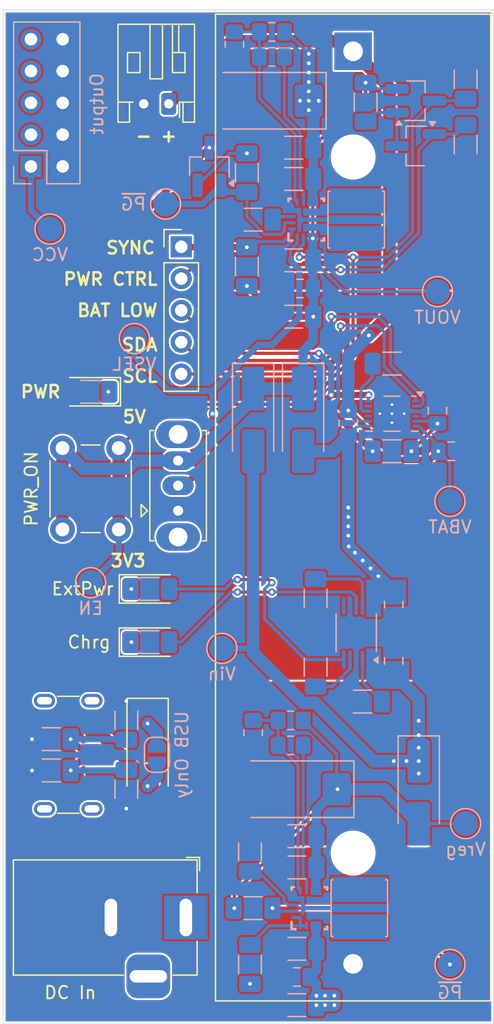
<source format=kicad_pcb>
(kicad_pcb (version 20241229) (generator "pcbnew") (generator_version "9.0")
  (layers (0 "F.Cu" signal) (2 "B.Cu" signal) (13 "F.Paste" user) (15 "B.Paste" user) (5 "F.SilkS" user "F.Silkscreen") (7 "B.SilkS" user "B.Silkscreen") (1 "F.Mask" user) (3 "B.Mask" user) (25 "Edge.Cuts" user))
  (net 0 "")
  (net 1 "GND")
  (net 2 "Net-(BT301-+)")
  (net 3 "Net-(C201-Pad1)")
  (net 4 "Net-(U201-VAUX)")
  (net 5 "Net-(D202-A)")
  (net 6 "/Charging/Vin")
  (net 7 "/Charging/VBAT")
  (net 8 "Net-(U302-V_{DD})")
  (net 9 "/Charging/Vout")
  (net 10 "Net-(U401-VAUX)")
  (net 11 "/Supply1/Vout")
  (net 12 "Net-(D201-A)")
  (net 13 "Net-(D301-K)")
  (net 14 "Net-(D302-K)")
  (net 15 "Net-(D401-A)")
  (net 16 "Net-(D401-K)")
  (net 17 "/PWR_CTRL")
  (net 18 "/SCL")
  (net 19 "/PFM")
  (net 20 "/SDA")
  (net 21 "/BAT_LOW")
  (net 23 "Net-(J202-CC2)")
  (net 24 "Net-(J202-CC1)")
  (net 29 "Net-(U201-L2)")
  (net 30 "Net-(U201-L1)")
  (net 31 "Net-(U401-L1)")
  (net 32 "Net-(U401-L2)")
  (net 33 "Net-(Q401-D)")
  (net 34 "/Supply1/EN")
  (net 35 "Net-(Q403-G)")
  (net 36 "Net-(U201-EN)")
  (net 37 "Net-(U201-FB2)")
  (net 38 "Net-(U201-FB)")
  (net 39 "Net-(U201-PG)")
  (net 40 "Net-(U301-ISET)")
  (net 41 "Net-(U301-PRETERM)")
  (net 42 "Net-(U302-BIN)")
  (net 43 "Net-(U301-TS)")
  (net 44 "Net-(U301-~{CHG})")
  (net 45 "Net-(U301-~{PG})")
  (net 46 "Net-(U401-FB)")
  (net 47 "Net-(U401-FB2)")
  (net 48 "/Supply1/VSEL")
  (footprint "Connector_BarrelJack:BarrelJack_Horizontal" (layer "F.Cu") (at 134.62 144.75)
    (property "Reference" "J203" (hide yes))
    (property "Value" "DC In")
  )
  (footprint "LED_SMD:LED_1206_3216Metric_Pad1.42x1.75mm_HandSolder" (layer "F.Cu") (at 126.9275 102.75 180)
    (property "Reference" "D401" (hide yes))
    (property "Value" "PWR")
  )
  (footprint "Button_Switch_THT:SW_PUSH_6mm" (layer "F.Cu") (at 124.75 113.75 90)
    (property "Reference" "SW402" (hide yes))
    (property "Value" "PWR_ON")
  )
  (footprint "Diode_SMD:D_SMA_Handsoldering" (layer "F.Cu") (at 131.558 131.75 -90)
    (property "Reference" "D201" (hide yes))
    (property "Value" "SS14" (hide yes))
  )
  (footprint "Connector_USB:USB_C_Receptacle_GCT_USB4125-xx-x_6P_TopMnt_Horizontal" (layer "F.Cu") (at 124.108 131.75 -90)
    (property "Reference" "J202" (hide yes))
    (property "Value" "USBC" (hide yes))
  )
  (footprint "Connector_PinHeader_2.54mm:PinHeader_1x05_P2.54mm_Vertical" (layer "F.Cu") (at 134.25 91.17)
    (property "Reference" "J104" (hide yes))
    (property "Value" "Ctrl" (hide yes))
  )
  (footprint "LED_SMD:LED_1206_3216Metric_Pad1.42x1.75mm_HandSolder" (layer "F.Cu") (at 131.75 122.75)
    (property "Reference" "D301" (hide yes))
    (property "Value" "Chrg")
  )
  (footprint "Button_Switch_THT:SW_Slide_SPDT_Straight_CK_OS102011MS2Q" (layer "F.Cu") (at 134 112.25 90)
    (property "Reference" "SW401" (hide yes))
    (property "Value" "Vsel" (hide yes))
  )
  (footprint "Battery:BatteryHolder_MPD_BH-18650-PC" (layer "F.Cu") (at 148 75.55 -90)
    (property "Reference" "BT301" (hide yes))
    (property "Value" "BatteryCell" (hide yes))
  )
  (footprint "Connector_JST:JST_PH_S2B-PH-K_1x02_P2.00mm_Horizontal" (layer "F.Cu") (at 133.25 79.75 180)
    (property "Reference" "J301" (hide yes))
    (property "Value" "BAT")
  )
  (footprint "LED_SMD:LED_1206_3216Metric_Pad1.42x1.75mm_HandSolder" (layer "F.Cu") (at 131.75 118.5)
    (property "Reference" "D302" (hide yes))
    (property "Value" "ExtPwr")
  )
  (footprint "Capacitor_Tantalum_SMD:CP_EIA-7343-31_Kemet-D_HandSolder" (layer "B.Cu") (at 141.25 79.5 180)
    (property "Reference" "C405" (hide yes))
    (property "Value" "10u" (hide yes))
  )
  (footprint "Capacitor_SMD:C_1206_3216Metric_Pad1.33x1.80mm_HandSolder" (layer "B.Cu") (at 140 89 180)
    (property "Reference" "C404" (hide yes))
    (property "Value" "100n" (hide yes))
  )
  (footprint "TestPoint:TestPoint_Pad_D2.0mm" (layer "B.Cu") (at 154.75 94.75 180)
    (property "Reference" "TP303" (hide yes))
    (property "Value" "VOUT")
  )
  (footprint "Resistor_SMD:R_0805_2012Metric_Pad1.20x1.40mm_HandSolder" (layer "B.Cu") (at 143 129 180)
    (property "Reference" "R205" (hide yes))
    (property "Value" "470k" (hide yes))
  )
  (footprint "Capacitor_SMD:C_0805_2012Metric_Pad1.18x1.45mm_HandSolder" (layer "B.Cu") (at 151.25 124.25 90)
    (property "Reference" "C302" (hide yes))
    (property "Value" "1u" (hide yes))
  )
  (footprint "lib:TPS63070" (layer "B.Cu") (at 144.25 89)
    (property "Reference" "U401" (hide yes))
    (property "Value" "TPS630701RNMR" (hide yes))
  )
  (footprint "Resistor_SMD:R_1206_3216Metric_Pad1.30x1.75mm_HandSolder" (layer "B.Cu") (at 151.11 107.5)
    (property "Reference" "R308" (hide yes))
    (property "Value" "10k" (hide yes))
  )
  (footprint "Resistor_SMD:R_1206_3216Metric_Pad1.30x1.75mm_HandSolder" (layer "B.Cu") (at 145 119.25 90)
    (property "Reference" "R305" (hide yes))
    (property "Value" "10k" (hide yes))
  )
  (footprint "Resistor_SMD:R_0805_2012Metric_Pad1.20x1.40mm_HandSolder" (layer "B.Cu") (at 147.61 105.25 90)
    (property "Reference" "R303" (hide yes))
    (property "Value" "10m" (hide yes))
  )
  (footprint "Resistor_SMD:R_1206_3216Metric_Pad1.30x1.75mm_HandSolder" (layer "B.Cu") (at 123.858 133)
    (property "Reference" "R202" (hide yes))
    (property "Value" "10k" (hide yes))
  )
  (footprint "Package_SON:Texas_S-PDSO-N12" (layer "B.Cu") (at 151.11 104.5 180)
    (property "Reference" "U302" (hide yes))
    (property "Value" "BQ27441-G1" (hide yes))
  )
  (footprint "Resistor_SMD:R_0805_2012Metric_Pad1.20x1.40mm_HandSolder" (layer "B.Cu") (at 140 130 -90)
    (property "Reference" "R206" (hide yes))
    (property "Value" "150k" (hide yes))
  )
  (footprint "lib:TPS63070" (layer "B.Cu") (at 144.5 144)
    (property "Reference" "U201" (hide yes))
    (property "Value" "TPS630701RNMR" (hide yes))
  )
  (footprint "Capacitor_SMD:C_1206_3216Metric_Pad1.33x1.80mm_HandSolder" (layer "B.Cu") (at 143.25 92.25 180)
    (property "Reference" "C402" (hide yes))
    (property "Value" "100n" (hide yes))
  )
  (footprint "Resistor_SMD:R_0805_2012Metric_Pad1.20x1.40mm_HandSolder" (layer "B.Cu") (at 141.5 76)
    (property "Reference" "R405" (hide yes))
    (property "Value" "220k" (hide yes))
  )
  (footprint "Resistor_SMD:R_1206_3216Metric_Pad1.30x1.75mm_HandSolder" (layer "B.Cu") (at 123.858 130.5 180)
    (property "Reference" "R208" (hide yes))
    (property "Value" "10k" (hide yes))
  )
  (footprint "Inductor_SMD:L_Cenker_CKCS4020" (layer "B.Cu") (at 148.5 144 90)
    (property "Reference" "L201" (hide yes))
    (property "Value" "1.5u" (hide yes))
  )
  (footprint "Capacitor_SMD:C_1206_3216Metric_Pad1.33x1.80mm_HandSolder" (layer "B.Cu") (at 143.5 140.75 180)
    (property "Reference" "C207" (hide yes))
    (property "Value" "10u" (hide yes))
  )
  (footprint "Resistor_SMD:R_0805_2012Metric_Pad1.20x1.40mm_HandSolder" (layer "B.Cu") (at 143 131)
    (property "Reference" "R204" (hide yes))
    (property "Value" "220k" (hide yes))
  )
  (footprint "Capacitor_Tantalum_SMD:CP_EIA-7343-31_Kemet-D_HandSolder" (layer "B.Cu") (at 143.4775 134.5 180)
    (property "Reference" "C205" (hide yes))
    (property "Value" "10u" (hide yes))
  )
  (footprint "Capacitor_SMD:C_1206_3216Metric_Pad1.33x1.80mm_HandSolder" (layer "B.Cu") (at 143.5 138.25 180)
    (property "Reference" "C206" (hide yes))
    (property "Value" "10u" (hide yes))
  )
  (footprint "Capacitor_SMD:C_1206_3216Metric_Pad1.33x1.80mm_HandSolder" (layer "B.Cu") (at 143.5 151.75 180)
    (property "Reference" "C201" (hide yes))
    (property "Value" "10u" (hide yes))
  )
  (footprint "Resistor_SMD:R_0805_2012Metric_Pad1.20x1.40mm_HandSolder" (layer "B.Cu") (at 138.5 75 -90)
    (property "Reference" "R407" (hide yes))
    (property "Value" "150k" (hide yes))
  )
  (footprint "Resistor_SMD:R_0805_2012Metric_Pad1.20x1.40mm_HandSolder" (layer "B.Cu") (at 141.5 74 180)
    (property "Reference" "R406" (hide yes))
    (property "Value" "470k" (hide yes))
  )
  (footprint "Jumper:SolderJumper-2_P1.3mm_Open_RoundedPad1.0x1.5mm" (layer "B.Cu") (at 132.308 131.75 90)
    (property "Reference" "JP201" (hide yes))
    (property "Value" "USB Only")
  )
  (footprint "Capacitor_SMD:C_0805_2012Metric_Pad1.18x1.45mm_HandSolder" (layer "B.Cu") (at 143.5 149.5 180)
    (property "Reference" "C203" (hide yes))
    (property "Value" "1u" (hide yes))
  )
  (footprint "Package_TO_SOT_SMD:SOT-23_Handsoldering" (layer "B.Cu") (at 136.5 84.75 90)
    (property "Reference" "Q403" (hide yes))
    (property "Value" "DO2309A" (hide yes))
  )
  (footprint "Resistor_SMD:R_1206_3216Metric_Pad1.30x1.75mm_HandSolder" (layer "B.Cu") (at 131.7275 118.5 180)
    (property "Reference" "R307" (hide yes))
    (property "Value" "1k" (hide yes))
  )
  (footprint "Package_TO_SOT_SMD:SOT-23_Handsoldering" (layer "B.Cu") (at 153 79.5)
    (property "Reference" "Q402" (hide yes))
    (property "Value" "DO2309A" (hide yes))
  )
  (footprint "Inductor_SMD:L_Cenker_CKCS4020" (layer "B.Cu") (at 148.25 89 90)
    (property "Reference" "L401" (hide yes))
    (property "Value" "1.5u" (hide yes))
  )
  (footprint "TestPoint:TestPoint_Pad_D2.0mm" (layer "B.Cu") (at 130.5 98.5 180)
    (property "Reference" "TP401" (hide yes))
    (property "Value" "VSEL")
  )
  (footprint "Capacitor_SMD:C_1206_3216Metric_Pad1.33x1.80mm_HandSolder" (layer "B.Cu") (at 143.25 96.75 180)
    (property "Reference" "C401" (hide yes))
    (property "Value" "10u" (hide yes))
  )
  (footprint "TestPoint:TestPoint_Pad_D2.0mm" (layer "B.Cu") (at 155.75 111.5 180)
    (property "Reference" "TP302" (hide yes))
    (property "Value" "VBAT")
  )
  (footprint "TestPoint:TestPoint_Pad_D2.0mm" (layer "B.Cu") (at 127 118 180)
    (property "Reference" "TP402" (hide yes))
    (property "Value" "EN")
  )
  (footprint "Capacitor_SMD:C_1206_3216Metric_Pad1.33x1.80mm_HandSolder" (layer "B.Cu") (at 143.5 147.25 180)
    (property "Reference" "C202" (hide yes))
    (property "Value" "100n" (hide yes))
  )
  (footprint "TestPoint:TestPoint_Pad_D2.0mm" (layer "B.Cu") (at 157 137.25 180)
    (property "Reference" "TP202" (hide yes))
    (property "Value" "Vreg")
  )
  (footprint "Resistor_SMD:R_1206_3216Metric_Pad1.30x1.75mm_HandSolder" (layer "B.Cu") (at 139.5 85.25 -90)
    (property "Reference" "R408" (hide yes))
    (property "Value" "10k" (hide yes))
  )
  (footprint "Resistor_SMD:R_1206_3216Metric_Pad1.30x1.75mm_HandSolder" (layer "B.Cu") (at 139.75 148.5 90)
    (property "Reference" "R201" (hide yes))
    (property "Value" "10k" (hide yes))
  )
  (footprint "Capacitor_SMD:C_0805_2012Metric_Pad1.18x1.45mm_HandSolder" (layer "B.Cu") (at 154.75 104.25 90)
    (property "Reference" "C304" (hide yes))
    (property "Value" "1u" (hide yes))
  )
  (footprint "Capacitor_SMD:C_1206_3216Metric_Pad1.33x1.80mm_HandSolder" (layer "B.Cu") (at 143.25 85.75 180)
    (property "Reference" "C407" (hide yes))
    (property "Value" "10u" (hide yes))
  )
  (footprint "TestPoint:TestPoint_Pad_D2.0mm" (layer "B.Cu") (at 133 87.75 180)
    (property "Reference" "TP403" (hide yes))
    (property "Value" "~{PG}")
  )
  (footprint "Capacitor_SMD:C_1206_3216Metric_Pad1.33x1.80mm_HandSolder" (layer "B.Cu") (at 143.25 83.25 180)
    (property "Reference" "C406" (hide yes))
    (property "Value" "10u" (hide yes))
  )
  (footprint "Resistor_SMD:R_1206_3216Metric_Pad1.30x1.75mm_HandSolder" (layer "B.Cu") (at 157 83 -90)
    (property "Reference" "R401" (hide yes))
    (property "Value" "10k" (hide yes))
  )
  (footprint "Resistor_SMD:R_1206_3216Metric_Pad1.30x1.75mm_HandSolder" (layer "B.Cu") (at 126.95 102.75 180)
    (property "Reference" "R409" (hide yes))
    (property "Value" "220" (hide yes))
  )
  (footprint "Capacitor_SMD:C_0805_2012Metric_Pad1.18x1.45mm_HandSolder" (layer "B.Cu") (at 155.86 107.5)
    (property "Reference" "C301" (hide yes))
    (property "Value" "1u" (hide yes))
  )
  (footprint "Package_SO:HVSSOP-10-1EP_3x3mm_P0.5mm_EP1.57x1.88mm" (layer "B.Cu") (at 148.25 122 90)
    (property "Reference" "U301" (hide yes))
    (property "Value" "BQ24090DGQ" (hide yes))
  )
  (footprint "Resistor_SMD:R_1206_3216Metric_Pad1.30x1.75mm_HandSolder" (layer "B.Cu") (at 140 144)
    (property "Reference" "R209" (hide yes))
    (property "Value" "10k" (hide yes))
  )
  (footprint "Package_TO_SOT_SMD:SOT-23_Handsoldering" (layer "B.Cu") (at 153 83.1125 180)
    (property "Reference" "Q401" (hide yes))
    (property "Value" "DO2308S" (hide yes))
  )
  (footprint "TestPoint:TestPoint_Pad_D2.0mm" (layer "B.Cu") (at 137.5 123.25 180)
    (property "Reference" "TP301" (hide yes))
    (property "Value" "Vin")
  )
  (footprint "Resistor_SMD:R_1206_3216Metric_Pad1.30x1.75mm_HandSolder" (layer "B.Cu") (at 131.7275 122.75 180)
    (property "Reference" "R306" (hide yes))
    (property "Value" "1k" (hide yes))
  )
  (footprint "Diode_SMD:D_SMA_Handsoldering" (layer "B.Cu") (at 140 105 -90)
    (property "Reference" "D303" (hide yes))
    (property "Value" "SS14" (hide yes))
  )
  (footprint "Capacitor_SMD:C_1206_3216Metric_Pad1.33x1.80mm_HandSolder" (layer "B.Cu") (at 139.75 139.5 90)
    (property "Reference" "C204" (hide yes))
    (property "Value" "100n" (hide yes))
  )
  (footprint "Resistor_SMD:R_1206_3216Metric_Pad1.30x1.75mm_HandSolder" (layer "B.Cu") (at 148.75 127.5)
    (property "Reference" "R301" (hide yes))
    (property "Value" "1k" (hide yes))
  )
  (footprint "Diode_SMD:D_SMA_Handsoldering" (layer "B.Cu") (at 153.25 134.75 -90)
    (property "Reference" "D202" (hide yes))
    (property "Value" "SS14" (hide yes))
  )
  (footprint "Resistor_SMD:R_1206_3216Metric_Pad1.30x1.75mm_HandSolder" (layer "B.Cu") (at 149 79.6125 -90)
    (property "Reference" "R402" (hide yes))
    (property "Value" "10k" (hide yes))
  )
  (footprint "Resistor_SMD:R_1206_3216Metric_Pad1.30x1.75mm_HandSolder" (layer "B.Cu") (at 129.858 129 -90)
    (property "Reference" "R207" (hide yes))
    (property "Value" "10k" (hide yes))
  )
  (footprint "Resistor_SMD:R_1206_3216Metric_Pad1.30x1.75mm_HandSolder" (layer "B.Cu") (at 151.11 100.5 180)
    (property "Reference" "R304" (hide yes))
    (property "Value" "10k" (hide yes))
  )
  (footprint "Resistor_SMD:R_1206_3216Metric_Pad1.30x1.75mm_HandSolder" (layer "B.Cu") (at 157 77.79 90)
    (property "Reference" "R404" (hide yes))
    (property "Value" "10k" (hide yes))
  )
  (footprint "Resistor_SMD:R_1206_3216Metric_Pad1.30x1.75mm_HandSolder" (layer "B.Cu") (at 145 124.75 -90)
    (property "Reference" "R302" (hide yes))
    (property "Value" "1k" (hide yes))
  )
  (footprint "Resistor_SMD:R_1206_3216Metric_Pad1.30x1.75mm_HandSolder" (layer "B.Cu") (at 129.858 134.5 -90)
    (property "Reference" "R203" (hide yes))
    (property "Value" "10k" (hide yes))
  )
  (footprint "Diode_SMD:D_SMA_Handsoldering" (layer "B.Cu") (at 144 105 -90)
    (property "Reference" "D304" (hide yes))
    (property "Value" "SS14" (hide yes))
  )
  (footprint "Capacitor_SMD:C_0805_2012Metric_Pad1.18x1.45mm_HandSolder" (layer "B.Cu") (at 143.75 94.5 180)
    (property "Reference" "C403" (hide yes))
    (property "Value" "1u" (hide yes))
  )
  (footprint "Capacitor_SMD:C_0805_2012Metric_Pad1.18x1.45mm_HandSolder" (layer "B.Cu") (at 151.25 119.75 -90)
    (property "Reference" "C303" (hide yes))
    (property "Value" "1u" (hide yes))
  )
  (footprint "TestPoint:TestPoint_Pad_D2.0mm" (layer "B.Cu") (at 123.75 89.75 180)
    (property "Reference" "TP404" (hide yes))
    (property "Value" "VCC")
  )
  (footprint "Connector_PinHeader_2.54mm:PinHeader_2x05_P2.54mm_Vertical" (layer "B.Cu") (at 122.225 84.75)
    (property "Reference" "J101" (hide yes))
    (property "Value" "Output")
  )
  (footprint "Resistor_SMD:R_1206_3216Metric_Pad1.30x1.75mm_HandSolder" (layer "B.Cu") (at 139.5 92.75 90)
    (property "Reference" "R403" (hide yes))
    (property "Value" "10k" (hide yes))
  )
  (footprint "TestPoint:TestPoint_Pad_D2.0mm" (layer "B.Cu") (at 155.75 148.5 180)
    (property "Reference" "TP201" (hide yes))
    (property "Value" "~{PG}")
  )
  (gr_rect (start 120 72.25) (end 159.25 153.25) (stroke (width 0.05)) (fill no) (layer "Edge.Cuts"))
  (gr_text "+" (at 133.25 82.3 0) (layer "F.SilkS") (effects (font (size 1 1) (thickness 0.2) (bold yes))))
  (gr_text "SYNC" (at 132.25 91.25 0) (layer "F.SilkS") (effects (font (size 1 1) (thickness 0.2) (bold yes)) (justify right)))
  (gr_text "3V3" (at 130 116.25 0) (layer "F.SilkS") (effects (font (size 1 1) (thickness 0.2) (bold yes))))
  (gr_text "SCL" (at 132.461 101.5 0) (layer "F.SilkS") (effects (font (size 1 1) (thickness 0.2) (bold yes)) (justify right)))
  (gr_text "SDA" (at 132.461 99 0) (layer "F.SilkS") (effects (font (size 1 1) (thickness 0.2) (bold yes)) (justify right)))
  (gr_text "5V" (at 130.5 104.75 0) (layer "F.SilkS") (effects (font (size 1 1) (thickness 0.2) (bold yes))))
  (gr_text "-" (at 131.25 82.3 0) (layer "F.SilkS") (effects (font (size 1 1) (thickness 0.2) (bold yes))))
  (gr_text "PWR CTRL" (at 132.461 93.75 0) (layer "F.SilkS") (effects (font (size 1 1) (thickness 0.2) (bold yes)) (justify right)))
  (gr_text "BAT LOW" (at 132.461 96.25 0) (layer "F.SilkS") (effects (font (size 1 1) (thickness 0.2) (bold yes)) (justify right)))
  (segment (start 127.188 129) (end 123.808 129) (width 0.5) (layer "F.Cu") (net 1))
  (segment (start 127.188 134.5) (end 123.808 134.5) (width 0.5) (layer "F.Cu") (net 1))
  (segment (start 123.808 134.5) (end 122.308 133) (width 0.5) (layer "F.Cu") (net 1))
  (segment (start 128.308 129) (end 129.858 127.45) (width 0.5) (layer "F.Cu") (net 1))
  (segment (start 123.808 129) (end 122.308 130.5) (width 0.5) (layer "F.Cu") (net 1))
  (segment (start 128.308 134.5) (end 129.858 136.05) (width 0.5) (layer "F.Cu") (net 1))
  (segment (start 127.188 134.5) (end 128.308 134.5) (width 0.5) (layer "F.Cu") (net 1))
  (segment (start 127.188 129) (end 128.308 129) (width 0.5) (layer "F.Cu") (net 1))
  (via (at 122.308 130.5) (size 0.6) (drill 0.3) (layers "F.Cu" "B.Cu") (net 1))
  (via (at 129.858 127.45) (size 0.6) (drill 0.3) (layers "F.Cu" "B.Cu") (net 1))
  (via (at 122.308 133) (size 0.6) (drill 0.3) (layers "F.Cu" "B.Cu") (net 1))
  (via (at 129.858 136.05) (size 0.6) (drill 0.3) (layers "F.Cu" "B.Cu") (net 1))
  (segment (start 150.908207 78.458207) (end 150.908207 96.591793) (width 1) (layer "F.Cu") (net 2))
  (segment (start 133.25 79.75) (end 138.25 74.75) (width 1) (layer "F.Cu") (net 2))
  (segment (start 151.561 108.201) (end 154.1215 108.201) (width 0.5) (layer "F.Cu") (net 2))
  (segment (start 147.61 104.25) (end 151.561 108.201) (width 0.5) (layer "F.Cu") (net 2))
  (segment (start 150.908207 96.591793) (end 149.25 98.25) (width 1) (layer "F.Cu") (net 2))
  (segment (start 147.2 74.75) (end 148 75.55) (width 1) (layer "F.Cu") (net 2))
  (segment (start 138.25 74.75) (end 147.2 74.75) (width 1) (layer "F.Cu") (net 2))
  (segment (start 148 75.55) (end 150.908207 78.458207) (width 1) (layer "F.Cu") (net 2))
  (segment (start 154.1215 108.201) (end 154.8225 107.5) (width 0.5) (layer "F.Cu") (net 2))
  (via (at 154.8225 107.5) (size 0.6) (drill 0.3) (layers "F.Cu" "B.Cu") (net 2))
  (via (at 147.61 104.25) (size 0.6) (drill 0.3) (layers "F.Cu" "B.Cu") (net 2))
  (via (at 149.25 98.25) (size 0.6) (drill 0.3) (layers "F.Cu" "B.Cu") (net 2))
  (segment (start 147.61 104.25) (end 147.61 99.89) (width 1) (layer "B.Cu") (net 2))
  (segment (start 147.61 99.89) (end 149.25 98.25) (width 1) (layer "B.Cu") (net 2))
  (segment (start 155.75 108.4275) (end 154.8225 107.5) (width 0.25) (layer "B.Cu") (net 2))
  (segment (start 153.01 105.5) (end 153.252 105.5) (width 0.25) (layer "B.Cu") (net 2))
  (segment (start 149.21 105.1) (end 148.46 105.1) (width 0.25) (layer "B.Cu") (net 2))
  (segment (start 155.75 111.5) (end 155.75 108.4275) (width 0.25) (layer "B.Cu") (net 2))
  (segment (start 148.46 105.1) (end 147.61 104.25) (width 0.25) (layer "B.Cu") (net 2))
  (segment (start 154.8225 107.0705) (end 154.8225 107.5) (width 0.25) (layer "B.Cu") (net 2))
  (segment (start 153.252 105.5) (end 154.8225 107.0705) (width 0.25) (layer "B.Cu") (net 2))
  (via (at 145.75 151.75) (size 0.6) (drill 0.3) (layers "F.Cu" "B.Cu") (net 3))
  (via (at 146.5 151.75) (size 0.6) (drill 0.3) (layers "F.Cu" "B.Cu") (net 3))
  (via (at 139.75 150.05) (size 0.6) (drill 0.3) (layers "F.Cu" "B.Cu") (net 3))
  (via (at 145.0625 151) (size 0.6) (drill 0.3) (layers "F.Cu" "B.Cu") (net 3))
  (via (at 146.5 151) (size 0.6) (drill 0.3) (layers "F.Cu" "B.Cu") (net 3))
  (via (at 145.0625 151.75) (size 0.6) (drill 0.3) (layers "F.Cu" "B.Cu") (net 3))
  (via (at 145.75 151) (size 0.6) (drill 0.3) (layers "F.Cu" "B.Cu") (net 3))
  (segment (start 145.0625 147.25) (end 145.0625 148.975) (width 0.75) (layer "B.Cu") (net 3))
  (segment (start 145.025 147.2125) (end 145.0625 147.25) (width 0.75) (layer "B.Cu") (net 3))
  (segment (start 145.0625 148.975) (end 144.5375 149.5) (width 0.75) (layer "B.Cu") (net 3))
  (segment (start 146.5 151) (end 145.0625 151) (width 1) (layer "B.Cu") (net 3))
  (segment (start 146.5 151.75) (end 146.5 151) (width 1) (layer "B.Cu") (net 3))
  (segment (start 145.025 145.4) (end 145.025 147.2125) (width 0.75) (layer "B.Cu") (net 3))
  (segment (start 145.0625 150.025) (end 144.5375 149.5) (width 0.75) (layer "B.Cu") (net 3))
  (segment (start 145.0625 151) (end 145.0625 150.025) (width 0.75) (layer "B.Cu") (net 3))
  (segment (start 145.0625 151.75) (end 145.0625 151) (width 0.75) (layer "B.Cu") (net 3))
  (segment (start 146.5 151.75) (end 145.0625 151.75) (width 1) (layer "B.Cu") (net 3))
  (segment (start 142.476 143.150196) (end 140.388304 141.0625) (width 0.25) (layer "B.Cu") (net 4))
  (segment (start 142.800001 143.75) (end 142.476 143.425999) (width 0.25) (layer "B.Cu") (net 4))
  (segment (start 140.388304 141.0625) (end 139.75 141.0625) (width 0.25) (layer "B.Cu") (net 4))
  (segment (start 142.476 143.425999) (end 142.476 143.150196) (width 0.25) (layer "B.Cu") (net 4))
  (segment (start 143.35 143.75) (end 142.800001 143.75) (width 0.25) (layer "B.Cu") (net 4))
  (segment (start 138.5 142.75) (end 146.75 134.5) (width 0.25) (layer "F.Cu") (net 5))
  (segment (start 138.5 144) (end 138.5 142.75) (width 0.25) (layer "F.Cu") (net 5))
  (via (at 138.5 144) (size 0.6) (drill 0.3) (layers "F.Cu" "B.Cu") (net 5))
  (via (at 146.75 134.5) (size 0.6) (drill 0.3) (layers "F.Cu" "B.Cu") (net 5))
  (segment (start 145.0625 138.25) (end 145.0625 136.1225) (width 0.75) (layer "B.Cu") (net 5))
  (segment (start 145.025 140.7875) (end 145.0625 140.75) (width 0.75) (layer "B.Cu") (net 5))
  (segment (start 146.75 134.5) (end 146.685 134.5) (width 1) (layer "B.Cu") (net 5))
  (segment (start 153.25 137.25) (end 150.5 134.5) (width 1) (layer "B.Cu") (net 5))
  (segment (start 150.5 134.5) (end 146.75 134.5) (width 1) (layer "B.Cu") (net 5))
  (segment (start 146.685 131.685) (end 146.685 134.5) (width 0.25) (layer "B.Cu") (net 5))
  (segment (start 157 137.25) (end 153.25 137.25) (width 0.25) (layer "B.Cu") (net 5))
  (segment (start 145.025 142.6) (end 145.025 140.7875) (width 0.75) (layer "B.Cu") (net 5))
  (segment (start 145.0625 140.75) (end 145.0625 138.25) (width 0.75) (layer "B.Cu") (net 5))
  (segment (start 138.45 144) (end 138.5 144) (width 0.25) (layer "B.Cu") (net 5))
  (segment (start 145.0625 136.1225) (end 146.685 134.5) (width 0.75) (layer "B.Cu") (net 5))
  (segment (start 144 129) (end 146.685 131.685) (width 0.25) (layer "B.Cu") (net 5))
  (via (at 151.257 132.25) (size 0.6) (drill 0.3) (layers "F.Cu" "B.Cu") (net 6))
  (via (at 153.25 129.032) (size 0.6) (drill 0.3) (layers "F.Cu" "B.Cu") (net 6))
  (via (at 153.25 133.25) (size 0.6) (drill 0.3) (layers "F.Cu" "B.Cu") (net 6))
  (via (at 131.558 129.25) (size 0.6) (drill 0.3) (layers "F.Cu" "B.Cu") (net 6))
  (via (at 153.25 132.25) (size 0.6) (drill 0.3) (layers "F.Cu" "B.Cu") (net 6))
  (via (at 152.273 132.25) (size 0.6) (drill 0.3) (layers "F.Cu" "B.Cu") (net 6))
  (via (at 153.25 131.191) (size 0.6) (drill 0.3) (layers "F.Cu" "B.Cu") (net 6))
  (via (at 153.25 130.175) (size 0.6) (drill 0.3) (layers "F.Cu" "B.Cu") (net 6))
  (segment (start 153.25 127.2875) (end 151.25 125.2875) (width 1) (layer "B.Cu") (net 6))
  (segment (start 153.25 132.25) (end 152.273 132.25) (width 1) (layer "B.Cu") (net 6))
  (segment (start 140 123.606134) (end 140 107.5) (width 1) (layer "B.Cu") (net 6))
  (segment (start 137.5 123.25) (end 139.643866 123.25) (width 0.5) (layer "B.Cu") (net 6))
  (segment (start 132.308 131.1) (end 132.308 130) (width 1) (layer "B.Cu") (net 6))
  (segment (start 153.25 131.191) (end 153.25 130.175) (width 1) (layer "B.Cu") (net 6))
  (segment (start 132.308 130) (end 131.558 129.25) (width 1) (layer "B.Cu") (net 6))
  (segment (start 149.643866 132.25) (end 144.994866 127.601) (width 1) (layer "B.Cu") (net 6))
  (segment (start 151.257 132.25) (end 149.643866 132.25) (width 1) (layer "B.Cu") (net 6))
  (segment (start 143.994866 127.601) (end 140 123.606134) (width 1) (layer "B.Cu") (net 6))
  (segment (start 139.643866 123.25) (end 140 123.606134) (width 0.5) (layer "B.Cu") (net 6))
  (segment (start 153.25 131.25) (end 153.25 131.191) (width 1) (layer "B.Cu") (net 6))
  (segment (start 153.25 129.032) (end 153.25 127.2875) (width 1) (layer "B.Cu") (net 6))
  (segment (start 152.273 132.25) (end 151.257 132.25) (width 1) (layer "B.Cu") (net 6))
  (segment (start 153.25 130.175) (end 153.25 129.032) (width 1) (layer "B.Cu") (net 6))
  (segment (start 153.25 132.25) (end 153.25 131.25) (width 1) (layer "B.Cu") (net 6))
  (segment (start 144.994866 127.601) (end 143.994866 127.601) (width 1) (layer "B.Cu") (net 6))
  (via (at 147.61 112) (size 0.6) (drill 0.3) (layers "F.Cu" "B.Cu") (net 7))
  (via (at 147.61 114.25) (size 0.6) (drill 0.3) (layers "F.Cu" "B.Cu") (net 7))
  (via (at 149.39375 116.85625) (size 0.6) (drill 0.3) (layers "F.Cu" "B.Cu") (net 7))
  (via (at 150.01875 117.48125) (size 0.6) (drill 0.3) (layers "F.Cu" "B.Cu") (net 7))
  (via (at 147.61 112.75) (size 0.6) (drill 0.3) (layers "F.Cu" "B.Cu") (net 7))
  (via (at 147.61 113.5) (size 0.6) (drill 0.3) (layers "F.Cu" "B.Cu") (net 7))
  (via (at 147.64375 115.10625) (size 0.6) (drill 0.3) (layers "F.Cu" "B.Cu") (net 7))
  (via (at 148.76875 116.23125) (size 0.6) (drill 0.3) (layers "F.Cu" "B.Cu") (net 7))
  (via (at 148.14375 115.60625) (size 0.6) (drill 0.3) (layers "F.Cu" "B.Cu") (net 7))
  (segment (start 144 107.5) (end 146.36 107.5) (width 1) (layer "B.Cu") (net 7))
  (segment (start 148.14375 115.60625) (end 147.64375 115.10625) (width 1) (layer "B.Cu") (net 7))
  (segment (start 151.25 118.7125) (end 150.01875 117.48125) (width 1) (layer "B.Cu") (net 7))
  (segment (start 147.61 114.25) (end 147.61 113.5) (width 1) (layer "B.Cu") (net 7))
  (segment (start 146.36 107.5) (end 147.61 106.25) (width 1) (layer "B.Cu") (net 7))
  (segment (start 147.61 112) (end 147.61 106.25) (width 1) (layer "B.Cu") (net 7))
  (segment (start 147.61 115.0725) (end 147.61 114.25) (width 1) (layer "B.Cu") (net 7))
  (segment (start 147.61 113.5) (end 147.61 112.75) (width 1) (layer "B.Cu") (net 7))
  (segment (start 149.39375 116.85625) (end 148.76875 116.23125) (width 1) (layer "B.Cu") (net 7))
  (segment (start 148.36 105.5) (end 147.61 106.25) (width 0.25) (layer "B.Cu") (net 7))
  (segment (start 147.61 112.75) (end 147.61 112) (width 1) (layer "B.Cu") (net 7))
  (segment (start 148.76875 116.23125) (end 148.14375 115.60625) (width 1) (layer "B.Cu") (net 7))
  (segment (start 147.64375 115.10625) (end 147.61 115.0725) (width 1) (layer "B.Cu") (net 7))
  (segment (start 149.21 105.5) (end 148.36 105.5) (width 0.25) (layer "B.Cu") (net 7))
  (segment (start 150.01875 117.48125) (end 149.39375 116.85625) (width 1) (layer "B.Cu") (net 7))
  (segment (start 154.75 105.3975) (end 152.66 107.4875) (width 0.25) (layer "F.Cu") (net 8))
  (segment (start 152.66 107.4875) (end 152.66 107.5) (width 0.25) (layer "F.Cu") (net 8))
  (segment (start 154.75 105.2875) (end 154.75 105.3975) (width 0.25) (layer "F.Cu") (net 8))
  (via (at 152.66 107.5) (size 0.6) (drill 0.3) (layers "F.Cu" "B.Cu") (net 8))
  (via (at 154.75 105.2875) (size 0.6) (drill 0.3) (layers "F.Cu" "B.Cu") (net 8))
  (segment (start 154.6715 105.099) (end 153.01 105.099) (width 0.25) (layer "B.Cu") (net 8))
  (segment (start 154.75 105.1775) (end 154.6715 105.099) (width 0.25) (layer "B.Cu") (net 8))
  (segment (start 154.75 105.2875) (end 154.75 105.1775) (width 0.25) (layer "B.Cu") (net 8))
  (segment (start 149 79) (end 144.775 83.225) (width 0.25) (layer "F.Cu") (net 9))
  (segment (start 139.5 94.3) (end 141.95 96.75) (width 0.5) (layer "F.Cu") (net 9))
  (segment (start 141.95 96.75) (end 144.8125 96.75) (width 0.5) (layer "F.Cu") (net 9))
  (segment (start 144.775 83.225) (end 144.775 90.5) (width 0.25) (layer "F.Cu") (net 9))
  (segment (start 149 78.0625) (end 149 79) (width 0.25) (layer "F.Cu") (net 9))
  (segment (start 124.75 113.75) (end 124.75 107.25) (width 1) (layer "F.Cu") (net 9))
  (via (at 139.5 94.3) (size 0.6) (drill 0.3) (layers "F.Cu" "B.Cu") (net 9))
  (via (at 144.8125 96.75) (size 0.6) (drill 0.3) (layers "F.Cu" "B.Cu") (net 9))
  (via (at 144.775 90.5) (size 0.6) (drill 0.3) (layers "F.Cu" "B.Cu") (net 9))
  (via (at 149 78.0625) (size 0.6) (drill 0.3) (layers "F.Cu" "B.Cu") (net 9))
  (segment (start 140 103.276288) (end 135.026288 108.25) (width 1) (layer "B.Cu") (net 9))
  (segment (start 144.775 90.5) (end 144.775 92.2125) (width 0.75) (layer "B.Cu") (net 9))
  (segment (start 144.8125 96.75) (end 144.8125 98.6875) (width 0.75) (layer "B.Cu") (net 9))
  (segment (start 126.401 108.901) (end 124.75 107.25) (width 1) (layer "B.Cu") (net 9))
  (segment (start 149.4875 78.55) (end 151.5 78.55) (width 0.25) (layer "B.Cu") (net 9))
  (segment (start 144.7875 94.5) (end 144.7875 92.275) (width 0.75) (layer "B.Cu") (net 9))
  (segment (start 140 102.5) (end 140 103.276288) (width 1) (layer "B.Cu") (net 9))
  (segment (start 140 102.5) (end 144 102.5) (width 1) (layer "B.Cu") (net 9))
  (segment (start 134 108.25) (end 130.584867 108.25) (width 1) (layer "B.Cu") (net 9))
  (segment (start 144.8125 98.6875) (end 144 99.5) (width 0.75) (layer "B.Cu") (net 9))
  (segment (start 154.75 94.75) (end 147.3125 94.75) (width 0.25) (layer "B.Cu") (net 9))
  (segment (start 147.3125 94.75) (end 144.8125 92.25) (width 0.25) (layer "B.Cu") (net 9))
  (segment (start 144.7875 92.275) (end 144.8125 92.25) (width 0.75) (layer "B.Cu") (net 9))
  (segment (start 149 78.0625) (end 149.4875 78.55) (width 0.25) (layer "B.Cu") (net 9))
  (segment (start 130.584867 108.25) (end 129.933867 108.901) (width 1) (layer "B.Cu") (net 9))
  (segment (start 144 99.5) (end 144 102.5) (width 0.75) (layer "B.Cu") (net 9))
  (segment (start 135.026288 108.25) (end 134 108.25) (width 1) (layer "B.Cu") (net 9))
  (segment (start 144.8125 96.75) (end 144.8125 94.525) (width 0.75) (layer "B.Cu") (net 9))
  (segment (start 144.775 92.2125) (end 144.8125 92.25) (width 0.75) (layer "B.Cu") (net 9))
  (segment (start 144.8125 94.525) (end 144.7875 94.5) (width 0.75) (layer "B.Cu") (net 9))
  (segment (start 144.775 90.4) (end 144.775 90.5) (width 0.75) (layer "B.Cu") (net 9))
  (segment (start 129.933867 108.901) (end 126.401 108.901) (width 1) (layer "B.Cu") (net 9))
  (segment (start 143.1 88.75) (end 141.8125 88.75) (width 0.25) (layer "B.Cu") (net 10))
  (segment (start 141.8125 88.75) (end 141.5625 89) (width 0.25) (layer "B.Cu") (net 10))
  (via (at 144.4575 78) (size 0.6) (drill 0.3) (layers "F.Cu" "B.Cu") (net 11))
  (via (at 144.4575 77.25) (size 0.6) (drill 0.3) (layers "F.Cu" "B.Cu") (net 11))
  (via (at 144.4575 80.25) (size 0.6) (drill 0.3) (layers "F.Cu" "B.Cu") (net 11))
  (via (at 143.75 79.5) (size 0.6) (drill 0.3) (layers "F.Cu" "B.Cu") (net 11))
  (via (at 139.5 83.7) (size 0.6) (drill 0.3) (layers "F.Cu" "B.Cu") (net 11))
  (via (at 144.4575 78.75) (size 0.6) (drill 0.3) (layers "F.Cu" "B.Cu") (net 11))
  (via (at 144.4575 79.5) (size 0.6) (drill 0.3) (layers "F.Cu" "B.Cu") (net 11))
  (via (at 145.25 79.5) (size 0.6) (drill 0.3) (layers "F.Cu" "B.Cu") (net 11))
  (via (at 144.4575 75.75) (size 0.6) (drill 0.3) (layers "F.Cu" "B.Cu") (net 11))
  (via (at 144.4575 76.5) (size 0.6) (drill 0.3) (layers "F.Cu" "B.Cu") (net 11))
  (segment (start 144.4575 79.5) (end 144.8125 79.855) (width 1) (layer "B.Cu") (net 11))
  (segment (start 135.55 86.25) (end 138.1 83.7) (width 0.25) (layer "B.Cu") (net 11))
  (segment (start 123.75 89.75) (end 122.225 88.225) (width 0.5) (layer "B.Cu") (net 11))
  (segment (start 144.775 85.7875) (end 144.8125 85.75) (width 0.75) (layer "B.Cu") (net 11))
  (segment (start 144.4575 76.5) (end 144.4575 75.75) (width 1) (layer "B.Cu") (net 11))
  (segment (start 138.1 83.7) (end 139.5 83.7) (width 0.25) (layer "B.Cu") (net 11))
  (segment (start 122.225 88.225) (end 122.225 84.83) (width 0.5) (layer "B.Cu") (net 11))
  (segment (start 142.5 74) (end 142.7075 74) (width 0.25) (layer "B.Cu") (net 11))
  (segment (start 144.8125 79.855) (end 144.8125 83.25) (width 1) (layer "B.Cu") (net 11))
  (segment (start 144.4575 78) (end 144.4575 77.25) (width 1) (layer "B.Cu") (net 11))
  (segment (start 142.7075 74) (end 144.4575 75.75) (width 0.25) (layer "B.Cu") (net 11))
  (segment (start 144.775 87.6) (end 144.775 85.7875) (width 0.75) (layer "B.Cu") (net 11))
  (segment (start 144.8125 85.75) (end 144.8125 83.25) (width 0.75) (layer "B.Cu") (net 11))
  (segment (start 144.4575 79.5) (end 144.4575 78) (width 1) (layer "B.Cu") (net 11))
  (segment (start 144.4575 77.25) (end 144.4575 76.5) (width 1) (layer "B.Cu") (net 11))
  (segment (start 127.94099 130.23) (end 131.558 133.84701) (width 1) (layer "F.Cu") (net 12))
  (segment (start 130.578 133.27) (end 131.558 134.25) (width 1) (layer "F.Cu") (net 12))
  (segment (start 131.558 133.84701) (end 131.558 134.25) (width 1) (layer "F.Cu") (net 12))
  (segment (start 127.188 130.23) (end 127.94099 130.23) (width 1) (layer "F.Cu") (net 12))
  (segment (start 127.188 133.27) (end 130.578 133.27) (width 1) (layer "F.Cu") (net 12))
  (via (at 131.558 134.25) (size 0.6) (drill 0.3) (layers "F.Cu" "B.Cu") (net 12))
  (segment (start 132.308 132.4) (end 132.308 133.5) (width 1) (layer "B.Cu") (net 12))
  (segment (start 132.308 133.5) (end 131.558 134.25) (width 1) (layer "B.Cu") (net 12))
  (via (at 130.2625 122.75) (size 0.6) (drill 0.3) (layers "F.Cu" "B.Cu") (net 13))
  (via (at 130.2625 118.5) (size 0.6) (drill 0.3) (layers "F.Cu" "B.Cu") (net 14))
  (segment (start 125.44 102.75) (end 125.44 94.31) (width 0.5) (layer "F.Cu") (net 15))
  (segment (start 125.44 94.31) (end 136.5 83.25) (width 0.5) (layer "F.Cu") (net 15))
  (via (at 136.5 83.25) (size 0.6) (drill 0.3) (layers "F.Cu" "B.Cu") (net 15))
  (via (at 128.415 102.75) (size 0.6) (drill 0.3) (layers "F.Cu" "B.Cu") (net 16))
  (segment (start 134.96 93) (end 134.25 93.71) (width 0.25) (layer "F.Cu") (net 17))
  (segment (start 147 93) (end 134.96 93) (width 0.25) (layer "F.Cu") (net 17))
  (via (at 147 93) (size 0.6) (drill 0.3) (layers "F.Cu" "B.Cu") (net 17))
  (segment (start 154.5 82.1625) (end 153.25 83.4125) (width 0.25) (layer "B.Cu") (net 17))
  (segment (start 150.3171 93) (end 147 93) (width 0.25) (layer "B.Cu") (net 17))
  (segment (start 153.25 90.0671) (end 150.3171 93) (width 0.25) (layer "B.Cu") (net 17))
  (segment (start 156.2875 82.1625) (end 157 81.45) (width 0.25) (layer "B.Cu") (net 17))
  (segment (start 153.25 83.4125) (end 153.25 90.0671) (width 0.25) (layer "B.Cu") (net 17))
  (segment (start 154.5 82.1625) (end 156.2875 82.1625) (width 0.25) (layer "B.Cu") (net 17))
  (segment (start 147 100.4329) (end 146.1029 101.33) (width 0.25) (layer "F.Cu") (net 18))
  (segment (start 147 97.5) (end 147 100.4329) (width 0.25) (layer "F.Cu") (net 18))
  (segment (start 146.1029 101.33) (end 134.25 101.33) (width 0.25) (layer "F.Cu") (net 18))
  (via (at 147 97.5) (size 0.6) (drill 0.3) (layers "F.Cu" "B.Cu") (net 18))
  (segment (start 150.486 100.736) (end 150.486 97.986) (width 0.25) (layer "B.Cu") (net 18))
  (segment (start 153.01 103.26) (end 150.486 100.736) (width 0.25) (layer "B.Cu") (net 18))
  (segment (start 149.974 97.474) (end 147.026 97.474) (width 0.25) (layer "B.Cu") (net 18))
  (segment (start 150.486 97.986) (end 149.974 97.474) (width 0.25) (layer "B.Cu") (net 18))
  (segment (start 153.01 103.5) (end 153.01 103.26) (width 0.25) (layer "B.Cu") (net 18))
  (segment (start 147.026 97.474) (end 147 97.5) (width 0.25) (layer "B.Cu") (net 18))
  (segment (start 134.28 91.2) (end 139.5 91.2) (width 0.5) (layer "F.Cu") (net 19))
  (segment (start 134.25 91.17) (end 134.28 91.2) (width 0.5) (layer "F.Cu") (net 19))
  (via (at 139.5 91.2) (size 0.6) (drill 0.3) (layers "F.Cu" "B.Cu") (net 19))
  (segment (start 143.1 89.750001) (end 143.1 90.120001) (width 0.25) (layer "B.Cu") (net 19))
  (segment (start 143.1 90.120001) (end 142.470001 90.75) (width 0.25) (layer "B.Cu") (net 19))
  (segment (start 139.95 90.75) (end 139.5 91.2) (width 0.25) (layer "B.Cu") (net 19))
  (segment (start 142.470001 90.75) (end 139.95 90.75) (width 0.25) (layer "B.Cu") (net 19))
  (segment (start 145.75 100.25) (end 146.25 99.75) (width 0.25) (layer "F.Cu") (net 20))
  (segment (start 134.29 98.79) (end 135.75 100.25) (width 0.25) (layer "F.Cu") (net 20))
  (segment (start 146.25 99.75) (end 146.25 96.75) (width 0.25) (layer "F.Cu") (net 20))
  (segment (start 135.75 100.25) (end 145.75 100.25) (width 0.25) (layer "F.Cu") (net 20))
  (segment (start 134.25 98.79) (end 134.29 98.79) (width 0.25) (layer "F.Cu") (net 20))
  (via (at 146.25 96.75) (size 0.6) (drill 0.3) (layers "F.Cu" "B.Cu") (net 20))
  (segment (start 151 97.75) (end 151 100.615804) (width 0.25) (layer "B.Cu") (net 20))
  (segment (start 153.586 103.685034) (end 153.371034 103.9) (width 0.25) (layer "B.Cu") (net 20))
  (segment (start 151 100.615804) (end 153.586 103.201804) (width 0.25) (layer "B.Cu") (net 20))
  (segment (start 150 96.75) (end 151 97.75) (width 0.25) (layer "B.Cu") (net 20))
  (segment (start 146.25 96.75) (end 150 96.75) (width 0.25) (layer "B.Cu") (net 20))
  (segment (start 153.371034 103.9) (end 153.01 103.9) (width 0.25) (layer "B.Cu") (net 20))
  (segment (start 153.586 103.201804) (end 153.586 103.685034) (width 0.25) (layer "B.Cu") (net 20))
  (segment (start 146 103.25) (end 146 103.94) (width 0.5) (layer "F.Cu") (net 21))
  (segment (start 146 103.94) (end 149.56 107.5) (width 0.5) (layer "F.Cu") (net 21))
  (segment (start 146.25 103) (end 146 103.25) (width 0.5) (layer "F.Cu") (net 21))
  (segment (start 137.675 99.675) (end 145.25 99.675) (width 0.25) (layer "F.Cu") (net 21))
  (segment (start 149.25 103) (end 146.25 103) (width 0.5) (layer "F.Cu") (net 21))
  (segment (start 134.25 96.25) (end 137.675 99.675) (width 0.25) (layer "F.Cu") (net 21))
  (via (at 146.25 103) (size 0.6) (drill 0.3) (layers "F.Cu" "B.Cu") (net 21))
  (via (at 149.25 103) (size 0.6) (drill 0.3) (layers "F.Cu" "B.Cu") (net 21))
  (via (at 145.25 99.675) (size 0.6) (drill 0.3) (layers "F.Cu" "B.Cu") (net 21))
  (via (at 149.56 107.5) (size 0.6) (drill 0.3) (layers "F.Cu" "B.Cu") (net 21))
  (segment (start 146.25 100.675) (end 145.25 99.675) (width 0.5) (layer "B.Cu") (net 21))
  (segment (start 149.21 103.04) (end 149.25 103) (width 0.25) (layer "B.Cu") (net 21))
  (segment (start 146.25 103) (end 146.25 100.675) (width 0.5) (layer "B.Cu") (net 21))
  (segment (start 149.21 103.5) (end 149.21 103.04) (width 0.25) (layer "B.Cu") (net 21))
  (segment (start 126.158 132.25) (end 125.408 133) (width 0.5) (layer "F.Cu") (net 23))
  (segment (start 127.188 132.25) (end 126.158 132.25) (width 0.5) (layer "F.Cu") (net 23))
  (via (at 125.408 133) (size 0.6) (drill 0.3) (layers "F.Cu" "B.Cu") (net 23))
  (segment (start 129.808 133) (end 129.858 132.95) (width 0.5) (layer "B.Cu") (net 23))
  (segment (start 125.408 133) (end 129.808 133) (width 0.5) (layer "B.Cu") (net 23))
  (segment (start 127.188 131.25) (end 126.158 131.25) (width 0.5) (layer "F.Cu") (net 24))
  (segment (start 126.158 131.25) (end 125.408 130.5) (width 0.5) (layer "F.Cu") (net 24))
  (via (at 125.408 130.5) (size 0.6) (drill 0.3) (layers "F.Cu" "B.Cu") (net 24))
  (segment (start 125.408 130.5) (end 129.808 130.5) (width 0.5) (layer "B.Cu") (net 24))
  (segment (start 129.808 130.5) (end 129.858 130.55) (width 0.5) (layer "B.Cu") (net 24))
  (segment (start 149.7125 80.45) (end 149 81.1625) (width 0.25) (layer "B.Cu") (net 33))
  (segment (start 151.5 80.45) (end 149.7125 80.45) (width 0.25) (layer "B.Cu") (net 33))
  (segment (start 151.5 83.1125) (end 151.5 80.45) (width 0.25) (layer "B.Cu") (net 33))
  (segment (start 148 92) (end 148 100) (width 0.25) (layer "F.Cu") (net 34))
  (segment (start 148 100) (end 144.25 103.75) (width 0.25) (layer "F.Cu") (net 34))
  (segment (start 148 92) (end 143.7 92) (width 0.25) (layer "F.Cu") (net 34))
  (segment (start 144.25 103.75) (end 132.75 103.75) (width 0.25) (layer "F.Cu") (net 34))
  (segment (start 132.75 103.75) (end 129.25 107.25) (width 0.25) (layer "F.Cu") (net 34))
  (segment (start 129.25 113.75) (end 129.25 107.25) (width 1) (layer "F.Cu") (net 34))
  (via (at 143.7 92) (size 0.6) (drill 0.3) (layers "F.Cu" "B.Cu") (net 34))
  (via (at 148 92) (size 0.6) (drill 0.3) (layers "F.Cu" "B.Cu") (net 34))
  (segment (start 150.75 92) (end 152.75 90) (width 0.25) (layer "B.Cu") (net 34))
  (segment (start 154.5 79.5) (end 156.84 79.5) (width 0.25) (layer "B.Cu") (net 34))
  (segment (start 143.7 91.274998) (end 144.024999 90.949999) (width 0.25) (layer "B.Cu") (net 34))
  (segment (start 127 118) (end 129.25 115.75) (width 0.5) (layer "B.Cu") (net 34))
  (segment (start 154.5 79.5) (end 154.75 79.5) (width 0.25) (layer "B.Cu") (net 34))
  (segment (start 148 92) (end 150.75 92) (width 0.25) (layer "B.Cu") (net 34))
  (segment (start 152.75 90) (end 152.75 81.25) (width 0.25) (layer "B.Cu") (net 34))
  (segment (start 129.25 115.75) (end 129.25 113.75) (width 0.5) (layer "B.Cu") (net 34))
  (segment (start 144.024999 90.949999) (end 144.024999 90.4) (width 0.25) (layer "B.Cu") (net 34))
  (segment (start 156.84 79.5) (end 157 79.34) (width 0.25) (layer "B.Cu") (net 34))
  (segment (start 152.75 81.25) (end 154.5 79.5) (width 0.25) (layer "B.Cu") (net 34))
  (segment (start 143.7 92) (end 143.7 91.274998) (width 0.25) (layer "B.Cu") (net 34))
  (segment (start 142.501 89.299003) (end 142.501 89.874804) (width 0.25) (layer "B.Cu") (net 35))
  (segment (start 135.95 87.75) (end 137.45 86.25) (width 0.5) (layer "B.Cu") (net 35))
  (segment (start 140.925196 90.176) (end 139.5 88.750804) (width 0.25) (layer "B.Cu") (net 35))
  (segment (start 133 87.75) (end 135.95 87.75) (width 0.5) (layer "B.Cu") (net 35))
  (segment (start 142.199804 90.176) (end 140.925196 90.176) (width 0.25) (layer "B.Cu") (net 35))
  (segment (start 139.5 86.8) (end 138 86.8) (width 0.5) (layer "B.Cu") (net 35))
  (segment (start 139.5 88.750804) (end 139.5 86.8) (width 0.25) (layer "B.Cu") (net 35))
  (segment (start 142.501 89.874804) (end 142.199804 90.176) (width 0.25) (layer "B.Cu") (net 35))
  (segment (start 138 86.8) (end 137.45 86.25) (width 0.5) (layer "B.Cu") (net 35))
  (segment (start 142.550001 89.250002) (end 142.501 89.299003) (width 0.25) (layer "B.Cu") (net 35))
  (segment (start 143.1 89.250002) (end 142.550001 89.250002) (width 0.25) (layer "B.Cu") (net 35))
  (segment (start 143.749999 144.750001) (end 143.75 144.75) (width 0.25) (layer "B.Cu") (net 36))
  (segment (start 144.274999 145.4) (end 143.775 145.4) (width 0.25) (layer "B.Cu") (net 36))
  (segment (start 139.75 146.95) (end 140.375804 146.95) (width 0.25) (layer "B.Cu") (net 36))
  (segment (start 143.75 144.75) (end 143.775 144.775) (width 0.25) (layer "B.Cu") (net 36))
  (segment (start 143.35 144.750001) (end 143.749999 144.750001) (width 0.25) (layer "B.Cu") (net 36))
  (segment (start 143.775 144.775) (end 143.775 145.4) (width 0.25) (layer "B.Cu") (net 36))
  (segment (start 139.75 146.95) (end 141.3 145.4) (width 0.25) (layer "B.Cu") (net 36))
  (segment (start 141.3 145.4) (end 143.775 145.4) (width 0.25) (layer "B.Cu") (net 36))
  (segment (start 144.274999 142.6) (end 144.274999 141.775803) (width 0.25) (layer "B.Cu") (net 37))
  (segment (start 144.274999 141.775803) (end 144 141.500804) (width 0.25) (layer "B.Cu") (net 37))
  (segment (start 144 141.500804) (end 144 131) (width 0.25) (layer "B.Cu") (net 37))
  (segment (start 143.599 132.599) (end 142 131) (width 0.25) (layer "B.Cu") (net 38))
  (segment (start 143.599 142.424) (end 143.599 132.599) (width 0.25) (layer "B.Cu") (net 38))
  (segment (start 142 131) (end 142 129) (width 0.25) (layer "B.Cu") (net 38))
  (segment (start 143.775 142.6) (end 143.599 142.424) (width 0.25) (layer "B.Cu") (net 38))
  (segment (start 140 129) (end 142 129) (width 0.25) (layer "B.Cu") (net 38))
  (segment (start 141.55 144) (end 151.25 144) (width 0.25) (layer "F.Cu") (net 39))
  (segment (start 151.25 144) (end 155.75 148.5) (width 0.25) (layer "F.Cu") (net 39))
  (via (at 155.75 148.5) (size 0.6) (drill 0.3) (layers "F.Cu" "B.Cu") (net 39))
  (via (at 141.55 144) (size 0.6) (drill 0.3) (layers "F.Cu" "B.Cu") (net 39))
  (segment (start 143.35 144.250002) (end 141.800002 144.250002) (width 0.25) (layer "B.Cu") (net 39))
  (segment (start 141.800002 144.250002) (end 141.55 144) (width 0.25) (layer "B.Cu") (net 39))
  (segment (start 148.75 124.15) (end 148.75 125.95) (width 0.25) (layer "B.Cu") (net 40))
  (segment (start 148.75 125.95) (end 150.3 127.5) (width 0.25) (layer "B.Cu") (net 40))
  (segment (start 147.75 124.874999) (end 146.324999 126.3) (width 0.25) (layer "B.Cu") (net 41))
  (segment (start 147.75 124.15) (end 147.75 124.874999) (width 0.25) (layer "B.Cu") (net 41))
  (segment (start 146.324999 126.3) (end 145 126.3) (width 0.25) (layer "B.Cu") (net 41))
  (segment (start 148.8 104.3) (end 148.634 104.134) (width 0.25) (layer "B.Cu") (net 42))
  (segment (start 149.56 101.574) (end 149.56 100.5) (width 0.25) (layer "B.Cu") (net 42))
  (segment (start 149.21 104.3) (end 148.8 104.3) (width 0.25) (layer "B.Cu") (net 42))
  (segment (start 148.634 102.5) (end 149.56 101.574) (width 0.25) (layer "B.Cu") (net 42))
  (segment (start 148.634 104.134) (end 148.634 102.5) (width 0.25) (layer "B.Cu") (net 42))
  (segment (start 148.45 117.7) (end 148.75 118) (width 0.25) (layer "B.Cu") (net 43))
  (segment (start 145 117.7) (end 148.45 117.7) (width 0.25) (layer "B.Cu") (net 43))
  (segment (start 148.75 118) (end 148.75 119.85) (width 0.25) (layer "B.Cu") (net 43))
  (segment (start 141.5 118.75) (end 138.75 118.75) (width 0.25) (layer "F.Cu") (net 44))
  (via (at 141.5 118.75) (size 0.6) (drill 0.3) (layers "F.Cu" "B.Cu") (net 44))
  (via (at 138.75 118.75) (size 0.6) (drill 0.3) (layers "F.Cu" "B.Cu") (net 44))
  (segment (start 138.25 118.75) (end 134.25 122.75) (width 0.25) (layer "B.Cu") (net 44))
  (segment (start 148.25 119.125001) (end 147.874999 118.75) (width 0.25) (layer "B.Cu") (net 44))
  (segment (start 134.25 122.75) (end 133.2775 122.75) (width 0.25) (layer "B.Cu") (net 44))
  (segment (start 138.75 118.75) (end 138.25 118.75) (width 0.25) (layer "B.Cu") (net 44))
  (segment (start 148.25 119.85) (end 148.25 119.125001) (width 0.25) (layer "B.Cu") (net 44))
  (segment (start 147.874999 118.75) (end 141.5 118.75) (width 0.25) (layer "B.Cu") (net 44))
  (segment (start 141.5 118) (end 141.25 117.75) (width 0.25) (layer "F.Cu") (net 45))
  (segment (start 141.25 117.75) (end 138.75 117.75) (width 0.25) (layer "F.Cu") (net 45))
  (via (at 138.75 117.75) (size 0.6) (drill 0.3) (layers "F.Cu" "B.Cu") (net 45))
  (via (at 141.5 118) (size 0.6) (drill 0.3) (layers "F.Cu" "B.Cu") (net 45))
  (segment (start 138.5 117.75) (end 137.75 118.5) (width 0.25) (layer "B.Cu") (net 45))
  (segment (start 147.25 124.15) (end 147.25 124.75) (width 0.25) (layer "B.Cu") (net 45))
  (segment (start 137.75 118.5) (end 133.2775 118.5) (width 0.25) (layer "B.Cu") (net 45))
  (segment (start 147.25 124.15) (end 144.174196 124.15) (width 0.25) (layer "B.Cu") (net 45))
  (segment (start 140.924 120.899804) (end 140.924 118.511412) (width 0.25) (layer "B.Cu") (net 45))
  (segment (start 140.924 118.511412) (end 141.435412 118) (width 0.25) (layer "B.Cu") (net 45))
  (segment (start 144.174196 124.15) (end 140.924 120.899804) (width 0.25) (layer "B.Cu") (net 45))
  (segment (start 141.435412 118) (end 141.5 118) (width 0.25) (layer "B.Cu") (net 45))
  (segment (start 138.75 117.75) (end 138.5 117.75) (width 0.25) (layer "B.Cu") (net 45))
  (segment (start 140.5 74) (end 140.5 76) (width 0.25) (layer "B.Cu") (net 46))
  (segment (start 140.5 79.3171) (end 140.5 76) (width 0.25) (layer "B.Cu") (net 46))
  (segment (start 143.525 87.6) (end 143.349 87.424) (width 0.25) (layer "B.Cu") (net 46))
  (segment (start 143.349 82.1661) (end 140.5 79.3171) (width 0.25) (layer "B.Cu") (net 46))
  (segment (start 143.349 87.424) (end 143.349 82.1661) (width 0.25) (layer "B.Cu") (net 46))
  (segment (start 138.5 74) (end 140.5 74) (width 0.25) (layer "B.Cu") (net 46))
  (segment (start 144.024999 87.6) (end 144.024999 86.775803) (width 0.25) (layer "B.Cu") (net 47))
  (segment (start 143.75 82) (end 142.5 80.75) (width 0.25) (layer "B.Cu") (net 47))
  (segment (start 143.75 86.500804) (end 143.75 82) (width 0.25) (layer "B.Cu") (net 47))
  (segment (start 142.5 80.75) (end 142.5 76) (width 0.25) (layer "B.Cu") (net 47))
  (segment (start 144.024999 86.775803) (end 143.75 86.500804) (width 0.25) (layer "B.Cu") (net 47))
  (segment (start 134.5 110.25) (end 134 110.25) (width 0.5) (layer "F.Cu") (net 48))
  (segment (start 136.75 104.5) (end 136.75 108) (width 0.5) (layer "F.Cu") (net 48))
  (segment (start 136.75 108) (end 134.5 110.25) (width 0.5) (layer "F.Cu") (net 48))
  (via (at 136.75 104.5) (size 0.6) (drill 0.3) (layers "F.Cu" "B.Cu") (net 48))
  (segment (start 140.42242 99) (end 136.75 102.67242) (width 0.5) (layer "B.Cu") (net 48))
  (segment (start 136.75 102.67242) (end 136.75 104.5) (width 0.5) (layer "B.Cu") (net 48))
  (segment (start 143.525 90.882898) (end 143 91.407898) (width 0.25) (layer "B.Cu") (net 48))
  (segment (start 130.5 99.914213) (end 133.258207 102.67242) (width 0.5) (layer "B.Cu") (net 48))
  (segment (start 133.258207 102.67242) (end 136.75 102.67242) (width 0.5) (layer "B.Cu") (net 48))
  (segment (start 141.5 99) (end 143.701 96.799) (width 0.5) (layer "B.Cu") (net 48))
  (segment (start 143.701 96.799) (end 143.701 92.992364) (width 0.5) (layer "B.Cu") (net 48))
  (segment (start 143 91.407898) (end 143 92.291364) (width 0.25) (layer "B.Cu") (net 48))
  (segment (start 130.5 98.5) (end 130.5 99.914213) (width 0.5) (layer "B.Cu") (net 48))
  (segment (start 143.701 92.992364) (end 143 92.291364) (width 0.5) (layer "B.Cu") (net 48))
  (segment (start 143.525 90.4) (end 143.525 90.882898) (width 0.25) (layer "B.Cu") (net 48))
  (segment (start 141.5 99) (end 140.42242 99) (width 0.5) (layer "B.Cu") (net 48))
  (zone (net 7) (net_name "/Charging/VBAT") (layer "F.Cu") (name "VBAT") (priority 8) (connect_pads yes (clearance 0.15)) (min_thickness 0.15) (fill yes (thermal_gap 0.5) (thermal_bridge_width 0.5))
    (polygon (pts (xy 120 94.75) (xy 159.25 94.75) (xy 159.25 125.75) (xy 120 125.75)))
  )
  (zone (net 3) (net_name "Net-(C201-Pad1)") (layer "F.Cu") (name "JackPWR") (priority 1) (connect_pads yes (clearance 0.15)) (min_thickness 0.15) (fill yes (thermal_gap 0.5) (thermal_bridge_width 0.5))
    (polygon (pts (xy 119.75 139) (xy 159.25 139) (xy 159.25 153.25) (xy 119.75 153.25)))
  )
  (zone (net 11) (net_name "/Supply1/Vout") (layer "F.Cu") (name "Vout") (priority 7) (connect_pads yes (clearance 0.15)) (min_thickness 0.15) (fill yes (thermal_gap 0.5) (thermal_bridge_width 0.5))
    (polygon (pts (xy 120.00071 72.25) (xy 159.25 72.25) (xy 159.25 94.75) (xy 120 94.75)))
  )
  (zone (net 6) (net_name "/Charging/Vin") (layer "F.Cu") (name "Vin") (priority 7) (connect_pads yes (clearance 0.15)) (min_thickness 0.15) (fill yes (thermal_gap 0.5) (thermal_bridge_width 0.5))
    (polygon (pts (xy 119.750418 125.75) (xy 159.25 125.75) (xy 159.25 139) (xy 119.75 139)))
  )
  (zone (net 31) (net_name "Net-(U401-L1)") (layer "B.Cu") (name "L1") (priority 3) (connect_pads yes (clearance 0.15)) (min_thickness 0.15) (fill yes (thermal_gap 0.5) (thermal_bridge_width 0.5))
    (polygon (pts (xy 144 89.25) (xy 145.75 89.25) (xy 146 89.5) (xy 150.5 89.5) (xy 150.5 91.5) (xy 146 91.5) (xy 146 90.25) (xy 144 90.25)))
  )
  (zone (net 30) (net_name "Net-(U201-L1)") (layer "B.Cu") (name "L1") (priority 3) (connect_pads yes (clearance 0.15)) (min_thickness 0.15) (fill yes (thermal_gap 0.5) (thermal_bridge_width 0.5))
    (polygon (pts (xy 144.25 144.25) (xy 146 144.25) (xy 146.25 144.5) (xy 150.75 144.5) (xy 150.75 146.5) (xy 146.25 146.5) (xy 146.25 145.25) (xy 144.25 145.25)))
  )
  (zone (net 7) (net_name "/Charging/VBAT") (layer "B.Cu") (name "VBAT") (priority 5) (connect_pads yes (clearance 0.15)) (min_thickness 0.15) (fill yes (thermal_gap 0.5) (thermal_bridge_width 0.5))
    (polygon (pts (xy 149 120.75) (xy 150.25 120.75) (xy 150.25 119.75) (xy 152.25 119.75) (xy 152.25 117.75) (xy 149 117.75)))
  )
  (zone (net 6) (net_name "/Charging/Vin") (layer "B.Cu") (name "Vin") (priority 4) (connect_pads yes (clearance 0.15)) (min_thickness 0.15) (fill yes (thermal_gap 0.5) (thermal_bridge_width 0.5))
    (polygon (pts (xy 149 123.25) (xy 149 126.5) (xy 152.5 126.5) (xy 152.5 124.25) (xy 150.25 124.25) (xy 150.25 123.25)))
  )
  (zone (net 29) (net_name "Net-(U201-L2)") (layer "B.Cu") (name "L2") (priority 2) (connect_pads yes (clearance 0.15)) (min_thickness 0.15) (fill yes (thermal_gap 0.5) (thermal_bridge_width 0.5))
    (polygon (pts (xy 144.25 143.75) (xy 146 143.75) (xy 146.25 143.5) (xy 150.75 143.5) (xy 150.75 141.5) (xy 146.25 141.5) (xy 146.25 142.75) (xy 144.25 142.75)))
  )
  (zone (net 32) (net_name "Net-(U401-L2)") (layer "B.Cu") (name "L2") (priority 2) (connect_pads yes (clearance 0.15)) (min_thickness 0.15) (fill yes (thermal_gap 0.5) (thermal_bridge_width 0.5))
    (polygon (pts (xy 144 88.75) (xy 145.75 88.75) (xy 146 88.5) (xy 150.5 88.5) (xy 150.5 86.5) (xy 146 86.5) (xy 146 87.75) (xy 144 87.75)))
  )
  (zone (net 1) (net_name "GND") (layer "B.Cu") (name "GND") (connect_pads yes (clearance 0.15)) (min_thickness 0.15) (fill yes (thermal_gap 0.5) (thermal_bridge_width 0.5))
    (polygon (pts (xy 119.997007 72.25) (xy 159.25 72.25) (xy 159.25 153.25) (xy 119.754491 153.25)))
  )
)
</source>
